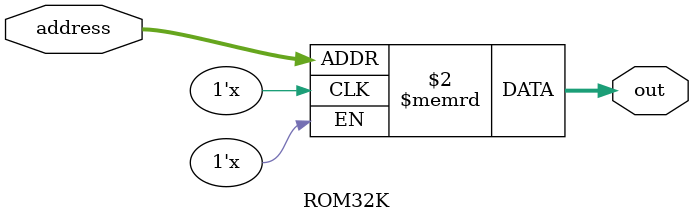
<source format=v>

module ROM32K(
    input wire [14:0] address,
    output reg [15:0] out
);

    reg [15:0] rom [0:32767];

    always @* begin
        out = rom[address];
    end

endmodule

</source>
